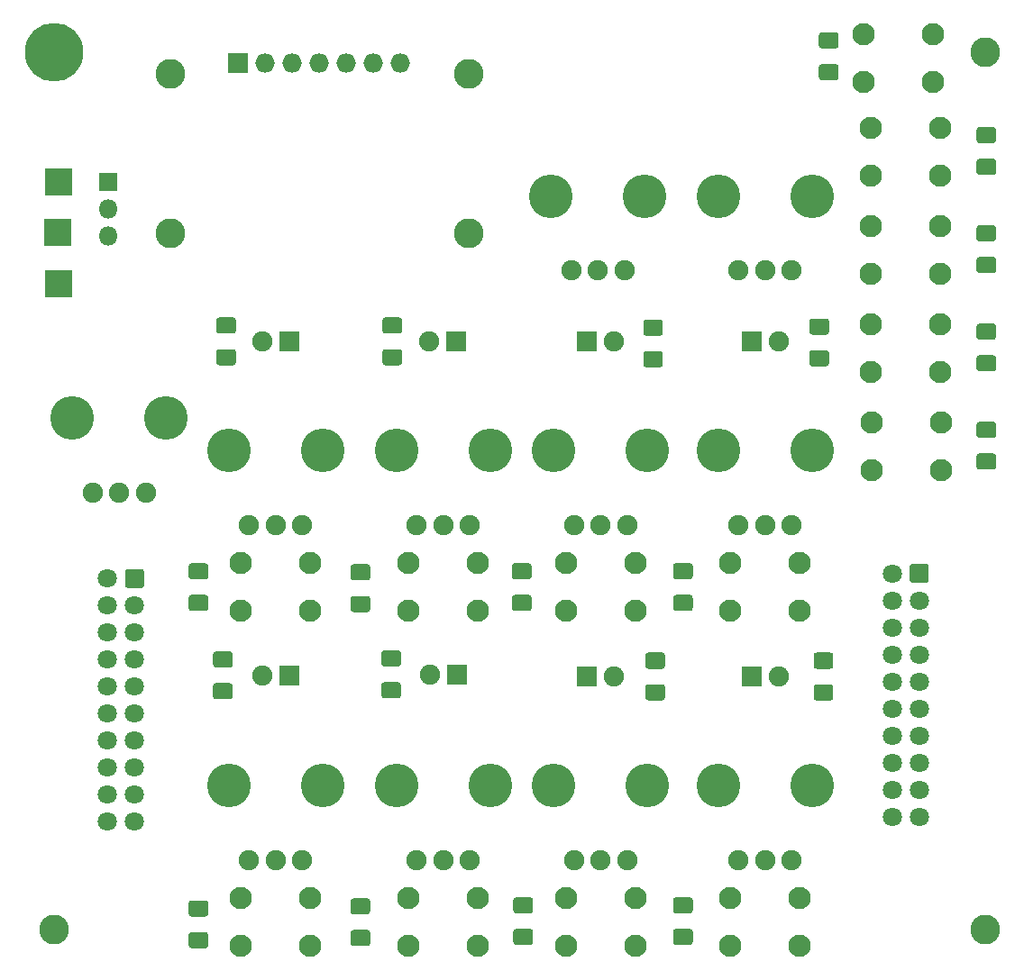
<source format=gbr>
%TF.GenerationSoftware,KiCad,Pcbnew,(5.1.6-0-10_14)*%
%TF.CreationDate,2020-08-30T22:56:52+02:00*%
%TF.ProjectId,sequencer-pcb,73657175-656e-4636-9572-2d7063622e6b,rev?*%
%TF.SameCoordinates,Original*%
%TF.FileFunction,Soldermask,Bot*%
%TF.FilePolarity,Negative*%
%FSLAX46Y46*%
G04 Gerber Fmt 4.6, Leading zero omitted, Abs format (unit mm)*
G04 Created by KiCad (PCBNEW (5.1.6-0-10_14)) date 2020-08-30 22:56:52*
%MOMM*%
%LPD*%
G01*
G04 APERTURE LIST*
%ADD10C,1.900000*%
%ADD11C,4.100000*%
%ADD12R,2.600000X2.600000*%
%ADD13O,1.800000X1.800000*%
%ADD14R,1.800000X1.800000*%
%ADD15C,1.800000*%
%ADD16O,1.827200X1.827200*%
%ADD17R,1.827200X1.827200*%
%ADD18C,2.800000*%
%ADD19C,2.100000*%
%ADD20C,5.500000*%
%ADD21R,1.900000X1.900000*%
G04 APERTURE END LIST*
%TO.C,R22*%
G36*
G01*
X187442544Y-81991666D02*
X188757456Y-81991666D01*
G75*
G02*
X189025000Y-82259210I0J-267544D01*
G01*
X189025000Y-83249122D01*
G75*
G02*
X188757456Y-83516666I-267544J0D01*
G01*
X187442544Y-83516666D01*
G75*
G02*
X187175000Y-83249122I0J267544D01*
G01*
X187175000Y-82259210D01*
G75*
G02*
X187442544Y-81991666I267544J0D01*
G01*
G37*
G36*
G01*
X187442544Y-79016666D02*
X188757456Y-79016666D01*
G75*
G02*
X189025000Y-79284210I0J-267544D01*
G01*
X189025000Y-80274122D01*
G75*
G02*
X188757456Y-80541666I-267544J0D01*
G01*
X187442544Y-80541666D01*
G75*
G02*
X187175000Y-80274122I0J267544D01*
G01*
X187175000Y-79284210D01*
G75*
G02*
X187442544Y-79016666I267544J0D01*
G01*
G37*
%TD*%
%TO.C,R21*%
G36*
G01*
X187442544Y-72758333D02*
X188757456Y-72758333D01*
G75*
G02*
X189025000Y-73025877I0J-267544D01*
G01*
X189025000Y-74015789D01*
G75*
G02*
X188757456Y-74283333I-267544J0D01*
G01*
X187442544Y-74283333D01*
G75*
G02*
X187175000Y-74015789I0J267544D01*
G01*
X187175000Y-73025877D01*
G75*
G02*
X187442544Y-72758333I267544J0D01*
G01*
G37*
G36*
G01*
X187442544Y-69783333D02*
X188757456Y-69783333D01*
G75*
G02*
X189025000Y-70050877I0J-267544D01*
G01*
X189025000Y-71040789D01*
G75*
G02*
X188757456Y-71308333I-267544J0D01*
G01*
X187442544Y-71308333D01*
G75*
G02*
X187175000Y-71040789I0J267544D01*
G01*
X187175000Y-70050877D01*
G75*
G02*
X187442544Y-69783333I267544J0D01*
G01*
G37*
%TD*%
%TO.C,R20*%
G36*
G01*
X172642544Y-54625000D02*
X173957456Y-54625000D01*
G75*
G02*
X174225000Y-54892544I0J-267544D01*
G01*
X174225000Y-55882456D01*
G75*
G02*
X173957456Y-56150000I-267544J0D01*
G01*
X172642544Y-56150000D01*
G75*
G02*
X172375000Y-55882456I0J267544D01*
G01*
X172375000Y-54892544D01*
G75*
G02*
X172642544Y-54625000I267544J0D01*
G01*
G37*
G36*
G01*
X172642544Y-51650000D02*
X173957456Y-51650000D01*
G75*
G02*
X174225000Y-51917544I0J-267544D01*
G01*
X174225000Y-52907456D01*
G75*
G02*
X173957456Y-53175000I-267544J0D01*
G01*
X172642544Y-53175000D01*
G75*
G02*
X172375000Y-52907456I0J267544D01*
G01*
X172375000Y-51917544D01*
G75*
G02*
X172642544Y-51650000I267544J0D01*
G01*
G37*
%TD*%
%TO.C,R19*%
G36*
G01*
X188757456Y-62075000D02*
X187442544Y-62075000D01*
G75*
G02*
X187175000Y-61807456I0J267544D01*
G01*
X187175000Y-60817544D01*
G75*
G02*
X187442544Y-60550000I267544J0D01*
G01*
X188757456Y-60550000D01*
G75*
G02*
X189025000Y-60817544I0J-267544D01*
G01*
X189025000Y-61807456D01*
G75*
G02*
X188757456Y-62075000I-267544J0D01*
G01*
G37*
G36*
G01*
X188757456Y-65050000D02*
X187442544Y-65050000D01*
G75*
G02*
X187175000Y-64782456I0J267544D01*
G01*
X187175000Y-63792544D01*
G75*
G02*
X187442544Y-63525000I267544J0D01*
G01*
X188757456Y-63525000D01*
G75*
G02*
X189025000Y-63792544I0J-267544D01*
G01*
X189025000Y-64782456D01*
G75*
G02*
X188757456Y-65050000I-267544J0D01*
G01*
G37*
%TD*%
%TO.C,R18*%
G36*
G01*
X187442544Y-91225000D02*
X188757456Y-91225000D01*
G75*
G02*
X189025000Y-91492544I0J-267544D01*
G01*
X189025000Y-92482456D01*
G75*
G02*
X188757456Y-92750000I-267544J0D01*
G01*
X187442544Y-92750000D01*
G75*
G02*
X187175000Y-92482456I0J267544D01*
G01*
X187175000Y-91492544D01*
G75*
G02*
X187442544Y-91225000I267544J0D01*
G01*
G37*
G36*
G01*
X187442544Y-88250000D02*
X188757456Y-88250000D01*
G75*
G02*
X189025000Y-88517544I0J-267544D01*
G01*
X189025000Y-89507456D01*
G75*
G02*
X188757456Y-89775000I-267544J0D01*
G01*
X187442544Y-89775000D01*
G75*
G02*
X187175000Y-89507456I0J267544D01*
G01*
X187175000Y-88517544D01*
G75*
G02*
X187442544Y-88250000I267544J0D01*
G01*
G37*
%TD*%
%TO.C,R17*%
G36*
G01*
X160257456Y-134475000D02*
X158942544Y-134475000D01*
G75*
G02*
X158675000Y-134207456I0J267544D01*
G01*
X158675000Y-133217544D01*
G75*
G02*
X158942544Y-132950000I267544J0D01*
G01*
X160257456Y-132950000D01*
G75*
G02*
X160525000Y-133217544I0J-267544D01*
G01*
X160525000Y-134207456D01*
G75*
G02*
X160257456Y-134475000I-267544J0D01*
G01*
G37*
G36*
G01*
X160257456Y-137450000D02*
X158942544Y-137450000D01*
G75*
G02*
X158675000Y-137182456I0J267544D01*
G01*
X158675000Y-136192544D01*
G75*
G02*
X158942544Y-135925000I267544J0D01*
G01*
X160257456Y-135925000D01*
G75*
G02*
X160525000Y-136192544I0J-267544D01*
G01*
X160525000Y-137182456D01*
G75*
G02*
X160257456Y-137450000I-267544J0D01*
G01*
G37*
%TD*%
%TO.C,R16*%
G36*
G01*
X143942544Y-135925000D02*
X145257456Y-135925000D01*
G75*
G02*
X145525000Y-136192544I0J-267544D01*
G01*
X145525000Y-137182456D01*
G75*
G02*
X145257456Y-137450000I-267544J0D01*
G01*
X143942544Y-137450000D01*
G75*
G02*
X143675000Y-137182456I0J267544D01*
G01*
X143675000Y-136192544D01*
G75*
G02*
X143942544Y-135925000I267544J0D01*
G01*
G37*
G36*
G01*
X143942544Y-132950000D02*
X145257456Y-132950000D01*
G75*
G02*
X145525000Y-133217544I0J-267544D01*
G01*
X145525000Y-134207456D01*
G75*
G02*
X145257456Y-134475000I-267544J0D01*
G01*
X143942544Y-134475000D01*
G75*
G02*
X143675000Y-134207456I0J267544D01*
G01*
X143675000Y-133217544D01*
G75*
G02*
X143942544Y-132950000I267544J0D01*
G01*
G37*
%TD*%
%TO.C,R15*%
G36*
G01*
X172142544Y-112925000D02*
X173457456Y-112925000D01*
G75*
G02*
X173725000Y-113192544I0J-267544D01*
G01*
X173725000Y-114182456D01*
G75*
G02*
X173457456Y-114450000I-267544J0D01*
G01*
X172142544Y-114450000D01*
G75*
G02*
X171875000Y-114182456I0J267544D01*
G01*
X171875000Y-113192544D01*
G75*
G02*
X172142544Y-112925000I267544J0D01*
G01*
G37*
G36*
G01*
X172142544Y-109950000D02*
X173457456Y-109950000D01*
G75*
G02*
X173725000Y-110217544I0J-267544D01*
G01*
X173725000Y-111207456D01*
G75*
G02*
X173457456Y-111475000I-267544J0D01*
G01*
X172142544Y-111475000D01*
G75*
G02*
X171875000Y-111207456I0J267544D01*
G01*
X171875000Y-110217544D01*
G75*
G02*
X172142544Y-109950000I267544J0D01*
G01*
G37*
%TD*%
%TO.C,R14*%
G36*
G01*
X157657456Y-111475000D02*
X156342544Y-111475000D01*
G75*
G02*
X156075000Y-111207456I0J267544D01*
G01*
X156075000Y-110217544D01*
G75*
G02*
X156342544Y-109950000I267544J0D01*
G01*
X157657456Y-109950000D01*
G75*
G02*
X157925000Y-110217544I0J-267544D01*
G01*
X157925000Y-111207456D01*
G75*
G02*
X157657456Y-111475000I-267544J0D01*
G01*
G37*
G36*
G01*
X157657456Y-114450000D02*
X156342544Y-114450000D01*
G75*
G02*
X156075000Y-114182456I0J267544D01*
G01*
X156075000Y-113192544D01*
G75*
G02*
X156342544Y-112925000I267544J0D01*
G01*
X157657456Y-112925000D01*
G75*
G02*
X157925000Y-113192544I0J-267544D01*
G01*
X157925000Y-114182456D01*
G75*
G02*
X157657456Y-114450000I-267544J0D01*
G01*
G37*
%TD*%
%TO.C,R13*%
G36*
G01*
X129957456Y-134575000D02*
X128642544Y-134575000D01*
G75*
G02*
X128375000Y-134307456I0J267544D01*
G01*
X128375000Y-133317544D01*
G75*
G02*
X128642544Y-133050000I267544J0D01*
G01*
X129957456Y-133050000D01*
G75*
G02*
X130225000Y-133317544I0J-267544D01*
G01*
X130225000Y-134307456D01*
G75*
G02*
X129957456Y-134575000I-267544J0D01*
G01*
G37*
G36*
G01*
X129957456Y-137550000D02*
X128642544Y-137550000D01*
G75*
G02*
X128375000Y-137282456I0J267544D01*
G01*
X128375000Y-136292544D01*
G75*
G02*
X128642544Y-136025000I267544J0D01*
G01*
X129957456Y-136025000D01*
G75*
G02*
X130225000Y-136292544I0J-267544D01*
G01*
X130225000Y-137282456D01*
G75*
G02*
X129957456Y-137550000I-267544J0D01*
G01*
G37*
%TD*%
%TO.C,R12*%
G36*
G01*
X113442544Y-136225000D02*
X114757456Y-136225000D01*
G75*
G02*
X115025000Y-136492544I0J-267544D01*
G01*
X115025000Y-137482456D01*
G75*
G02*
X114757456Y-137750000I-267544J0D01*
G01*
X113442544Y-137750000D01*
G75*
G02*
X113175000Y-137482456I0J267544D01*
G01*
X113175000Y-136492544D01*
G75*
G02*
X113442544Y-136225000I267544J0D01*
G01*
G37*
G36*
G01*
X113442544Y-133250000D02*
X114757456Y-133250000D01*
G75*
G02*
X115025000Y-133517544I0J-267544D01*
G01*
X115025000Y-134507456D01*
G75*
G02*
X114757456Y-134775000I-267544J0D01*
G01*
X113442544Y-134775000D01*
G75*
G02*
X113175000Y-134507456I0J267544D01*
G01*
X113175000Y-133517544D01*
G75*
G02*
X113442544Y-133250000I267544J0D01*
G01*
G37*
%TD*%
%TO.C,R11*%
G36*
G01*
X131542544Y-112725000D02*
X132857456Y-112725000D01*
G75*
G02*
X133125000Y-112992544I0J-267544D01*
G01*
X133125000Y-113982456D01*
G75*
G02*
X132857456Y-114250000I-267544J0D01*
G01*
X131542544Y-114250000D01*
G75*
G02*
X131275000Y-113982456I0J267544D01*
G01*
X131275000Y-112992544D01*
G75*
G02*
X131542544Y-112725000I267544J0D01*
G01*
G37*
G36*
G01*
X131542544Y-109750000D02*
X132857456Y-109750000D01*
G75*
G02*
X133125000Y-110017544I0J-267544D01*
G01*
X133125000Y-111007456D01*
G75*
G02*
X132857456Y-111275000I-267544J0D01*
G01*
X131542544Y-111275000D01*
G75*
G02*
X131275000Y-111007456I0J267544D01*
G01*
X131275000Y-110017544D01*
G75*
G02*
X131542544Y-109750000I267544J0D01*
G01*
G37*
%TD*%
%TO.C,R10*%
G36*
G01*
X117057456Y-111375000D02*
X115742544Y-111375000D01*
G75*
G02*
X115475000Y-111107456I0J267544D01*
G01*
X115475000Y-110117544D01*
G75*
G02*
X115742544Y-109850000I267544J0D01*
G01*
X117057456Y-109850000D01*
G75*
G02*
X117325000Y-110117544I0J-267544D01*
G01*
X117325000Y-111107456D01*
G75*
G02*
X117057456Y-111375000I-267544J0D01*
G01*
G37*
G36*
G01*
X117057456Y-114350000D02*
X115742544Y-114350000D01*
G75*
G02*
X115475000Y-114082456I0J267544D01*
G01*
X115475000Y-113092544D01*
G75*
G02*
X115742544Y-112825000I267544J0D01*
G01*
X117057456Y-112825000D01*
G75*
G02*
X117325000Y-113092544I0J-267544D01*
G01*
X117325000Y-114082456D01*
G75*
G02*
X117057456Y-114350000I-267544J0D01*
G01*
G37*
%TD*%
%TO.C,R8*%
G36*
G01*
X160257456Y-103075000D02*
X158942544Y-103075000D01*
G75*
G02*
X158675000Y-102807456I0J267544D01*
G01*
X158675000Y-101817544D01*
G75*
G02*
X158942544Y-101550000I267544J0D01*
G01*
X160257456Y-101550000D01*
G75*
G02*
X160525000Y-101817544I0J-267544D01*
G01*
X160525000Y-102807456D01*
G75*
G02*
X160257456Y-103075000I-267544J0D01*
G01*
G37*
G36*
G01*
X160257456Y-106050000D02*
X158942544Y-106050000D01*
G75*
G02*
X158675000Y-105782456I0J267544D01*
G01*
X158675000Y-104792544D01*
G75*
G02*
X158942544Y-104525000I267544J0D01*
G01*
X160257456Y-104525000D01*
G75*
G02*
X160525000Y-104792544I0J-267544D01*
G01*
X160525000Y-105782456D01*
G75*
G02*
X160257456Y-106050000I-267544J0D01*
G01*
G37*
%TD*%
%TO.C,R7*%
G36*
G01*
X143800544Y-104525000D02*
X145115456Y-104525000D01*
G75*
G02*
X145383000Y-104792544I0J-267544D01*
G01*
X145383000Y-105782456D01*
G75*
G02*
X145115456Y-106050000I-267544J0D01*
G01*
X143800544Y-106050000D01*
G75*
G02*
X143533000Y-105782456I0J267544D01*
G01*
X143533000Y-104792544D01*
G75*
G02*
X143800544Y-104525000I267544J0D01*
G01*
G37*
G36*
G01*
X143800544Y-101550000D02*
X145115456Y-101550000D01*
G75*
G02*
X145383000Y-101817544I0J-267544D01*
G01*
X145383000Y-102807456D01*
G75*
G02*
X145115456Y-103075000I-267544J0D01*
G01*
X143800544Y-103075000D01*
G75*
G02*
X143533000Y-102807456I0J267544D01*
G01*
X143533000Y-101817544D01*
G75*
G02*
X143800544Y-101550000I267544J0D01*
G01*
G37*
%TD*%
%TO.C,R6*%
G36*
G01*
X171742544Y-81525000D02*
X173057456Y-81525000D01*
G75*
G02*
X173325000Y-81792544I0J-267544D01*
G01*
X173325000Y-82782456D01*
G75*
G02*
X173057456Y-83050000I-267544J0D01*
G01*
X171742544Y-83050000D01*
G75*
G02*
X171475000Y-82782456I0J267544D01*
G01*
X171475000Y-81792544D01*
G75*
G02*
X171742544Y-81525000I267544J0D01*
G01*
G37*
G36*
G01*
X171742544Y-78550000D02*
X173057456Y-78550000D01*
G75*
G02*
X173325000Y-78817544I0J-267544D01*
G01*
X173325000Y-79807456D01*
G75*
G02*
X173057456Y-80075000I-267544J0D01*
G01*
X171742544Y-80075000D01*
G75*
G02*
X171475000Y-79807456I0J267544D01*
G01*
X171475000Y-78817544D01*
G75*
G02*
X171742544Y-78550000I267544J0D01*
G01*
G37*
%TD*%
%TO.C,R5*%
G36*
G01*
X157457456Y-80175000D02*
X156142544Y-80175000D01*
G75*
G02*
X155875000Y-79907456I0J267544D01*
G01*
X155875000Y-78917544D01*
G75*
G02*
X156142544Y-78650000I267544J0D01*
G01*
X157457456Y-78650000D01*
G75*
G02*
X157725000Y-78917544I0J-267544D01*
G01*
X157725000Y-79907456D01*
G75*
G02*
X157457456Y-80175000I-267544J0D01*
G01*
G37*
G36*
G01*
X157457456Y-83150000D02*
X156142544Y-83150000D01*
G75*
G02*
X155875000Y-82882456I0J267544D01*
G01*
X155875000Y-81892544D01*
G75*
G02*
X156142544Y-81625000I267544J0D01*
G01*
X157457456Y-81625000D01*
G75*
G02*
X157725000Y-81892544I0J-267544D01*
G01*
X157725000Y-82882456D01*
G75*
G02*
X157457456Y-83150000I-267544J0D01*
G01*
G37*
%TD*%
%TO.C,R4*%
G36*
G01*
X129957456Y-103175000D02*
X128642544Y-103175000D01*
G75*
G02*
X128375000Y-102907456I0J267544D01*
G01*
X128375000Y-101917544D01*
G75*
G02*
X128642544Y-101650000I267544J0D01*
G01*
X129957456Y-101650000D01*
G75*
G02*
X130225000Y-101917544I0J-267544D01*
G01*
X130225000Y-102907456D01*
G75*
G02*
X129957456Y-103175000I-267544J0D01*
G01*
G37*
G36*
G01*
X129957456Y-106150000D02*
X128642544Y-106150000D01*
G75*
G02*
X128375000Y-105882456I0J267544D01*
G01*
X128375000Y-104892544D01*
G75*
G02*
X128642544Y-104625000I267544J0D01*
G01*
X129957456Y-104625000D01*
G75*
G02*
X130225000Y-104892544I0J-267544D01*
G01*
X130225000Y-105882456D01*
G75*
G02*
X129957456Y-106150000I-267544J0D01*
G01*
G37*
%TD*%
%TO.C,R3*%
G36*
G01*
X113442544Y-104525000D02*
X114757456Y-104525000D01*
G75*
G02*
X115025000Y-104792544I0J-267544D01*
G01*
X115025000Y-105782456D01*
G75*
G02*
X114757456Y-106050000I-267544J0D01*
G01*
X113442544Y-106050000D01*
G75*
G02*
X113175000Y-105782456I0J267544D01*
G01*
X113175000Y-104792544D01*
G75*
G02*
X113442544Y-104525000I267544J0D01*
G01*
G37*
G36*
G01*
X113442544Y-101550000D02*
X114757456Y-101550000D01*
G75*
G02*
X115025000Y-101817544I0J-267544D01*
G01*
X115025000Y-102807456D01*
G75*
G02*
X114757456Y-103075000I-267544J0D01*
G01*
X113442544Y-103075000D01*
G75*
G02*
X113175000Y-102807456I0J267544D01*
G01*
X113175000Y-101817544D01*
G75*
G02*
X113442544Y-101550000I267544J0D01*
G01*
G37*
%TD*%
%TO.C,R2*%
G36*
G01*
X131642544Y-81425000D02*
X132957456Y-81425000D01*
G75*
G02*
X133225000Y-81692544I0J-267544D01*
G01*
X133225000Y-82682456D01*
G75*
G02*
X132957456Y-82950000I-267544J0D01*
G01*
X131642544Y-82950000D01*
G75*
G02*
X131375000Y-82682456I0J267544D01*
G01*
X131375000Y-81692544D01*
G75*
G02*
X131642544Y-81425000I267544J0D01*
G01*
G37*
G36*
G01*
X131642544Y-78450000D02*
X132957456Y-78450000D01*
G75*
G02*
X133225000Y-78717544I0J-267544D01*
G01*
X133225000Y-79707456D01*
G75*
G02*
X132957456Y-79975000I-267544J0D01*
G01*
X131642544Y-79975000D01*
G75*
G02*
X131375000Y-79707456I0J267544D01*
G01*
X131375000Y-78717544D01*
G75*
G02*
X131642544Y-78450000I267544J0D01*
G01*
G37*
%TD*%
%TO.C,R1*%
G36*
G01*
X117357456Y-79975000D02*
X116042544Y-79975000D01*
G75*
G02*
X115775000Y-79707456I0J267544D01*
G01*
X115775000Y-78717544D01*
G75*
G02*
X116042544Y-78450000I267544J0D01*
G01*
X117357456Y-78450000D01*
G75*
G02*
X117625000Y-78717544I0J-267544D01*
G01*
X117625000Y-79707456D01*
G75*
G02*
X117357456Y-79975000I-267544J0D01*
G01*
G37*
G36*
G01*
X117357456Y-82950000D02*
X116042544Y-82950000D01*
G75*
G02*
X115775000Y-82682456I0J267544D01*
G01*
X115775000Y-81692544D01*
G75*
G02*
X116042544Y-81425000I267544J0D01*
G01*
X117357456Y-81425000D01*
G75*
G02*
X117625000Y-81692544I0J-267544D01*
G01*
X117625000Y-82682456D01*
G75*
G02*
X117357456Y-82950000I-267544J0D01*
G01*
G37*
%TD*%
D10*
%TO.C,SP3*%
X104150000Y-94900000D03*
X106650000Y-94900000D03*
X109150000Y-94900000D03*
D11*
X102250000Y-87900000D03*
X111050000Y-87900000D03*
%TD*%
D10*
%TO.C,SP2*%
X164823000Y-74026000D03*
X167323000Y-74026000D03*
X169823000Y-74026000D03*
D11*
X162923000Y-67026000D03*
X171723000Y-67026000D03*
%TD*%
D10*
%TO.C,SP1*%
X149110000Y-74026000D03*
X151610000Y-74026000D03*
X154110000Y-74026000D03*
D11*
X147210000Y-67026000D03*
X156010000Y-67026000D03*
%TD*%
D10*
%TO.C,RV8*%
X164823000Y-129426000D03*
X167323000Y-129426000D03*
X169823000Y-129426000D03*
D11*
X162923000Y-122426000D03*
X171723000Y-122426000D03*
%TD*%
D10*
%TO.C,RV7*%
X149364000Y-129426000D03*
X151864000Y-129426000D03*
X154364000Y-129426000D03*
D11*
X147464000Y-122426000D03*
X156264000Y-122426000D03*
%TD*%
D10*
%TO.C,RV6*%
X134597000Y-129426000D03*
X137097000Y-129426000D03*
X139597000Y-129426000D03*
D11*
X132697000Y-122426000D03*
X141497000Y-122426000D03*
%TD*%
D10*
%TO.C,RV5*%
X118838000Y-129426000D03*
X121338000Y-129426000D03*
X123838000Y-129426000D03*
D11*
X116938000Y-122426000D03*
X125738000Y-122426000D03*
%TD*%
D10*
%TO.C,RV4*%
X164823000Y-97930000D03*
X167323000Y-97930000D03*
X169823000Y-97930000D03*
D11*
X162923000Y-90930000D03*
X171723000Y-90930000D03*
%TD*%
D10*
%TO.C,RV3*%
X149364000Y-97930000D03*
X151864000Y-97930000D03*
X154364000Y-97930000D03*
D11*
X147464000Y-90930000D03*
X156264000Y-90930000D03*
%TD*%
D10*
%TO.C,RV2*%
X134597000Y-97930000D03*
X137097000Y-97930000D03*
X139597000Y-97930000D03*
D11*
X132697000Y-90930000D03*
X141497000Y-90930000D03*
%TD*%
D10*
%TO.C,RV1*%
X118838000Y-97930000D03*
X121338000Y-97930000D03*
X123838000Y-97930000D03*
D11*
X116938000Y-90930000D03*
X125738000Y-90930000D03*
%TD*%
D12*
%TO.C,+5V*%
X100950000Y-75250000D03*
%TD*%
%TO.C,GND*%
X100900000Y-70475000D03*
%TD*%
%TO.C,+3V3*%
X100950000Y-65700000D03*
%TD*%
D13*
%TO.C,PWR*%
X105600000Y-70830000D03*
X105600000Y-68290000D03*
D14*
X105600000Y-65750000D03*
%TD*%
D15*
%TO.C,J2*%
X105560000Y-125860000D03*
X105560000Y-123320000D03*
X105560000Y-120780000D03*
X105560000Y-118240000D03*
X105560000Y-115700000D03*
X105560000Y-113160000D03*
X105560000Y-110620000D03*
X105560000Y-108080000D03*
X105560000Y-105540000D03*
X105560000Y-103000000D03*
X108100000Y-125860000D03*
X108100000Y-123320000D03*
X108100000Y-120780000D03*
X108100000Y-118240000D03*
X108100000Y-115700000D03*
X108100000Y-113160000D03*
X108100000Y-110620000D03*
X108100000Y-108080000D03*
X108100000Y-105540000D03*
G36*
G01*
X109000000Y-102364706D02*
X109000000Y-103635294D01*
G75*
G02*
X108735294Y-103900000I-264706J0D01*
G01*
X107464706Y-103900000D01*
G75*
G02*
X107200000Y-103635294I0J264706D01*
G01*
X107200000Y-102364706D01*
G75*
G02*
X107464706Y-102100000I264706J0D01*
G01*
X108735294Y-102100000D01*
G75*
G02*
X109000000Y-102364706I0J-264706D01*
G01*
G37*
%TD*%
%TO.C,J1*%
G36*
G01*
X182696000Y-101866706D02*
X182696000Y-103137294D01*
G75*
G02*
X182431294Y-103402000I-264706J0D01*
G01*
X181160706Y-103402000D01*
G75*
G02*
X180896000Y-103137294I0J264706D01*
G01*
X180896000Y-101866706D01*
G75*
G02*
X181160706Y-101602000I264706J0D01*
G01*
X182431294Y-101602000D01*
G75*
G02*
X182696000Y-101866706I0J-264706D01*
G01*
G37*
X181796000Y-105042000D03*
X181796000Y-107582000D03*
X181796000Y-110122000D03*
X181796000Y-112662000D03*
X181796000Y-115202000D03*
X181796000Y-117742000D03*
X181796000Y-120282000D03*
X181796000Y-122822000D03*
X181796000Y-125362000D03*
X179256000Y-102502000D03*
X179256000Y-105042000D03*
X179256000Y-107582000D03*
X179256000Y-110122000D03*
X179256000Y-112662000D03*
X179256000Y-115202000D03*
X179256000Y-117742000D03*
X179256000Y-120282000D03*
X179256000Y-122822000D03*
X179256000Y-125362000D03*
%TD*%
D16*
%TO.C,OLED Display*%
X122930000Y-54550000D03*
X120390000Y-54550000D03*
X125470000Y-54550000D03*
D17*
X117850000Y-54550000D03*
D16*
X130550000Y-54550000D03*
X128010000Y-54550000D03*
X133090000Y-54550000D03*
D18*
X111450000Y-55550000D03*
X111450000Y-70550000D03*
X139450000Y-55550000D03*
X139450000Y-70550000D03*
%TD*%
D19*
%TO.C,SSW5*%
X183073000Y-51800000D03*
X183073000Y-56300000D03*
X176573000Y-51800000D03*
X176573000Y-56300000D03*
%TD*%
%TO.C,SSW1*%
X183828000Y-88278000D03*
X183828000Y-92778000D03*
X177328000Y-88278000D03*
X177328000Y-92778000D03*
%TD*%
%TO.C,SSW3*%
X183724000Y-69820666D03*
X183724000Y-74320666D03*
X177224000Y-69820666D03*
X177224000Y-74320666D03*
%TD*%
%TO.C,SSW2*%
X183724000Y-79049332D03*
X183724000Y-83549332D03*
X177224000Y-79049332D03*
X177224000Y-83549332D03*
%TD*%
%TO.C,SSW4*%
X183724000Y-60592000D03*
X183724000Y-65092000D03*
X177224000Y-60592000D03*
X177224000Y-65092000D03*
%TD*%
%TO.C,SW8*%
X164073000Y-137482000D03*
X164073000Y-132982000D03*
X170573000Y-137482000D03*
X170573000Y-132982000D03*
%TD*%
%TO.C,SW7*%
X155114000Y-132982000D03*
X155114000Y-137482000D03*
X148614000Y-132982000D03*
X148614000Y-137482000D03*
%TD*%
%TO.C,SW6*%
X140347000Y-132982000D03*
X140347000Y-137482000D03*
X133847000Y-132982000D03*
X133847000Y-137482000D03*
%TD*%
%TO.C,SW5*%
X124588000Y-132982000D03*
X124588000Y-137482000D03*
X118088000Y-132982000D03*
X118088000Y-137482000D03*
%TD*%
%TO.C,SW4*%
X164073000Y-105986000D03*
X164073000Y-101486000D03*
X170573000Y-105986000D03*
X170573000Y-101486000D03*
%TD*%
%TO.C,SW3*%
X155114000Y-101486000D03*
X155114000Y-105986000D03*
X148614000Y-101486000D03*
X148614000Y-105986000D03*
%TD*%
%TO.C,SW2*%
X140347000Y-101486000D03*
X140347000Y-105986000D03*
X133847000Y-101486000D03*
X133847000Y-105986000D03*
%TD*%
%TO.C,SW1*%
X124588000Y-101486000D03*
X124588000Y-105986000D03*
X118088000Y-101486000D03*
X118088000Y-105986000D03*
%TD*%
D20*
%TO.C,GND*%
X100500000Y-53500000D03*
%TD*%
D18*
%TO.C,H3*%
X188000000Y-53500000D03*
%TD*%
%TO.C,H2*%
X188000000Y-136000000D03*
%TD*%
%TO.C,H1*%
X100500000Y-136000000D03*
%TD*%
D10*
%TO.C,D8*%
X168588000Y-112154000D03*
D21*
X166048000Y-112154000D03*
%TD*%
%TO.C,D7*%
X150589000Y-112154000D03*
D10*
X153129000Y-112154000D03*
%TD*%
D21*
%TO.C,D6*%
X138372000Y-112000000D03*
D10*
X135832000Y-112000000D03*
%TD*%
D21*
%TO.C,D5*%
X122613000Y-112100000D03*
D10*
X120073000Y-112100000D03*
%TD*%
%TO.C,D4*%
X168588000Y-80658000D03*
D21*
X166048000Y-80658000D03*
%TD*%
%TO.C,D3*%
X150589000Y-80658000D03*
D10*
X153129000Y-80658000D03*
%TD*%
D21*
%TO.C,D2*%
X138300000Y-80700000D03*
D10*
X135760000Y-80700000D03*
%TD*%
D21*
%TO.C,D1*%
X122613000Y-80658000D03*
D10*
X120073000Y-80658000D03*
%TD*%
M02*

</source>
